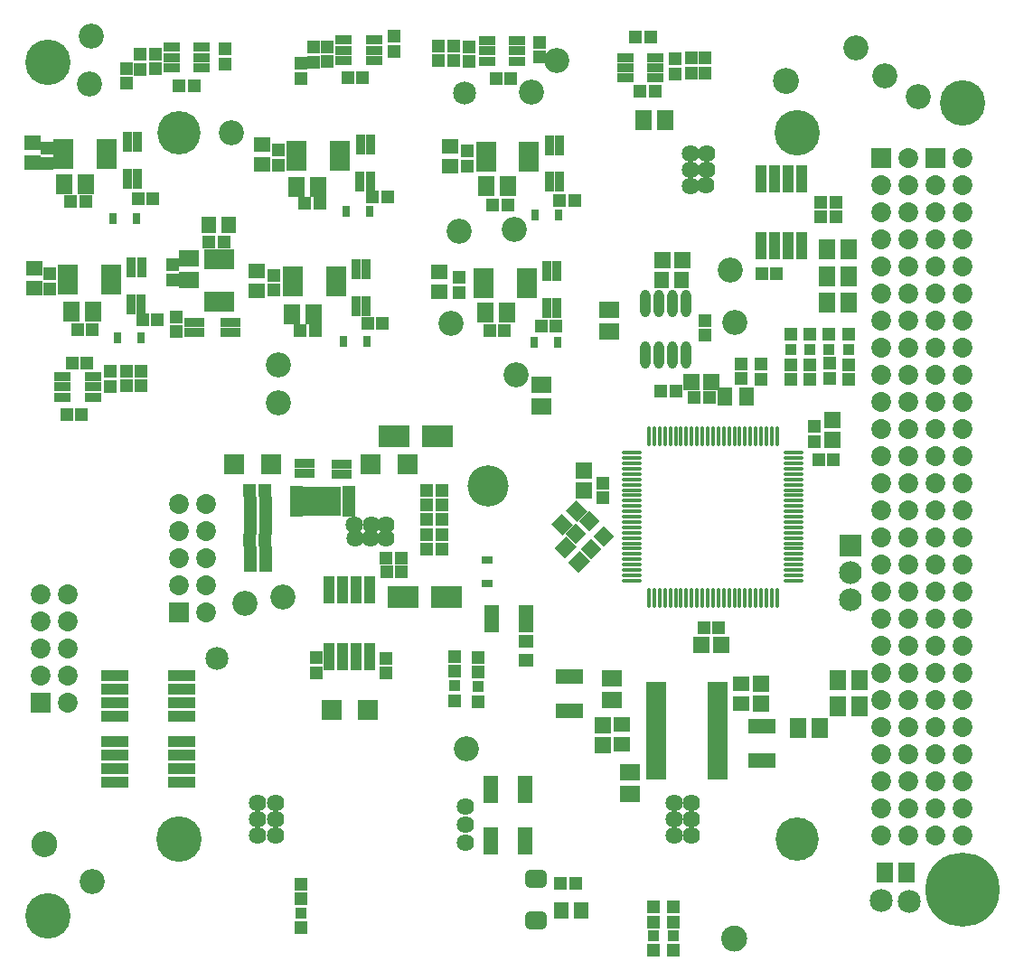
<source format=gbs>
G04*
G04 #@! TF.GenerationSoftware,Altium Limited,Altium Designer,18.1.7 (191)*
G04*
G04 Layer_Color=16711935*
%FSLAX25Y25*%
%MOIN*%
G70*
G01*
G75*
%ADD11C,0.01000*%
%ADD58R,0.10061X0.04156*%
%ADD61R,0.11243X0.08093*%
%ADD62R,0.07400X0.06124*%
%ADD63R,0.05534X0.06124*%
%ADD67R,0.06124X0.07400*%
%ADD68R,0.07400X0.07400*%
%ADD70R,0.06124X0.05534*%
%ADD73R,0.04550X0.04550*%
%ADD74R,0.05731X0.10061*%
%ADD76R,0.04156X0.10061*%
%ADD77R,0.10061X0.05731*%
%ADD82R,0.04943X0.04943*%
%ADD85C,0.04600*%
%ADD86C,0.07306*%
%ADD87R,0.07306X0.07306*%
%ADD88C,0.08487*%
%ADD89C,0.09274*%
%ADD90C,0.16754*%
%ADD91C,0.15967*%
%ADD92C,0.15180*%
%ADD93C,0.27354*%
%ADD94R,0.08400X0.08400*%
%ADD95C,0.08400*%
%ADD96C,0.06400*%
%ADD140R,0.07306X0.03172*%
%ADD141R,0.04550X0.04550*%
%ADD142R,0.04400X0.04400*%
%ADD143R,0.06124X0.06124*%
%ADD144R,0.04943X0.04943*%
%ADD145R,0.03644X0.07306*%
%ADD146R,0.06124X0.06124*%
%ADD147R,0.03937X0.02874*%
%ADD148R,0.03898X0.02874*%
%ADD149R,0.02874X0.03937*%
%ADD150R,0.02874X0.03898*%
%ADD151R,0.06400X0.03400*%
G04:AMPARAMS|DCode=152|XSize=55.34mil|YSize=61.24mil|CornerRadius=0mil|HoleSize=0mil|Usage=FLASHONLY|Rotation=225.000|XOffset=0mil|YOffset=0mil|HoleType=Round|Shape=Rectangle|*
%AMROTATEDRECTD152*
4,1,4,-0.00209,0.04122,0.04122,-0.00209,0.00209,-0.04122,-0.04122,0.00209,-0.00209,0.04122,0.0*
%
%ADD152ROTATEDRECTD152*%

G04:AMPARAMS|DCode=153|XSize=55.34mil|YSize=61.24mil|CornerRadius=0mil|HoleSize=0mil|Usage=FLASHONLY|Rotation=135.000|XOffset=0mil|YOffset=0mil|HoleType=Round|Shape=Rectangle|*
%AMROTATEDRECTD153*
4,1,4,0.04122,0.00209,-0.00209,-0.04122,-0.04122,-0.00209,0.00209,0.04122,0.04122,0.00209,0.0*
%
%ADD153ROTATEDRECTD153*%

%ADD154R,0.07502X0.02581*%
%ADD155R,0.07306X0.03644*%
G04:AMPARAMS|DCode=156|XSize=69.12mil|YSize=80.93mil|CornerRadius=20.78mil|HoleSize=0mil|Usage=FLASHONLY|Rotation=90.000|XOffset=0mil|YOffset=0mil|HoleType=Round|Shape=RoundedRectangle|*
%AMROUNDEDRECTD156*
21,1,0.06912,0.03937,0,0,90.0*
21,1,0.02756,0.08093,0,0,90.0*
1,1,0.04156,0.01968,0.01378*
1,1,0.04156,0.01968,-0.01378*
1,1,0.04156,-0.01968,-0.01378*
1,1,0.04156,-0.01968,0.01378*
%
%ADD156ROUNDEDRECTD156*%
%ADD157R,0.03172X0.07306*%
%ADD158R,0.04943X0.02187*%
%ADD159R,0.13998X0.10849*%
%ADD160O,0.07290X0.01581*%
%ADD161O,0.01581X0.07290*%
%ADD162R,0.05337X0.06518*%
%ADD163P,0.07548X4X180.0*%
%ADD164R,0.05534X0.04550*%
%ADD165O,0.03762X0.10061*%
G36*
X268360Y7790D02*
X265260Y6590D01*
X262060Y7790D01*
X260960Y10890D01*
X262060Y13790D01*
X265260Y15190D01*
X268360Y13990D01*
X269560Y10890D01*
X268360Y7790D01*
D02*
G37*
G36*
X13950Y42633D02*
X10850Y41433D01*
X7650Y42633D01*
X6550Y45733D01*
X7650Y48633D01*
X10850Y50033D01*
X13950Y48833D01*
X15150Y45733D01*
X13950Y42633D01*
D02*
G37*
G36*
X287454Y324310D02*
X284354Y323110D01*
X281154Y324310D01*
X280054Y327410D01*
X281154Y330310D01*
X284354Y331710D01*
X287454Y330510D01*
X288654Y327410D01*
X287454Y324310D01*
D02*
G37*
D11*
X269561Y10890D02*
G03*
X269561Y10890I-4301J0D01*
G01*
X15152Y45733D02*
G03*
X15152Y45733I-4301J0D01*
G01*
X288655Y327410D02*
G03*
X288655Y327410I-4301J0D01*
G01*
D58*
X61342Y83449D02*
D03*
Y78449D02*
D03*
Y73449D02*
D03*
Y68449D02*
D03*
X36913Y83449D02*
D03*
Y78449D02*
D03*
Y73449D02*
D03*
Y68449D02*
D03*
X61342Y107819D02*
D03*
Y102820D02*
D03*
Y97820D02*
D03*
Y92819D02*
D03*
X36913Y107819D02*
D03*
Y102820D02*
D03*
Y97820D02*
D03*
Y92819D02*
D03*
D61*
X143331Y136835D02*
D03*
X159079D02*
D03*
X155732Y196166D02*
D03*
X139984D02*
D03*
D62*
X64275Y261938D02*
D03*
Y253938D02*
D03*
X219149Y234937D02*
D03*
Y242937D02*
D03*
X220181Y99056D02*
D03*
Y107056D02*
D03*
X194315Y207127D02*
D03*
Y215127D02*
D03*
X226953Y64331D02*
D03*
Y72331D02*
D03*
D63*
X208799Y21378D02*
D03*
X201516D02*
D03*
X238586Y253961D02*
D03*
X245870D02*
D03*
X78705Y274197D02*
D03*
X71421D02*
D03*
D67*
X328764Y35157D02*
D03*
X320764D02*
D03*
X303386Y96724D02*
D03*
X311386D02*
D03*
X299572Y265354D02*
D03*
X307572D02*
D03*
X299572Y255315D02*
D03*
X307572D02*
D03*
X299572Y245709D02*
D03*
X307572D02*
D03*
X303386Y106330D02*
D03*
X311386D02*
D03*
X102205Y241205D02*
D03*
X110205D02*
D03*
X20787Y242150D02*
D03*
X28787D02*
D03*
X173386Y242032D02*
D03*
X181386D02*
D03*
X103701Y288331D02*
D03*
X111701D02*
D03*
X18307Y289355D02*
D03*
X26307D02*
D03*
X231984Y312795D02*
D03*
X239984D02*
D03*
X288835Y88543D02*
D03*
X296835D02*
D03*
X173779Y288686D02*
D03*
X181779D02*
D03*
D68*
X130215Y95157D02*
D03*
X116715D02*
D03*
X94372Y185969D02*
D03*
X80872D02*
D03*
X144726D02*
D03*
X131226D02*
D03*
D70*
X89197Y257327D02*
D03*
Y250044D02*
D03*
X156475Y257001D02*
D03*
Y249717D02*
D03*
X91165Y303784D02*
D03*
Y296501D02*
D03*
X6559Y304690D02*
D03*
Y297406D02*
D03*
X160417Y303115D02*
D03*
Y295831D02*
D03*
X223803Y82564D02*
D03*
Y89847D02*
D03*
X267898Y97524D02*
D03*
Y104808D02*
D03*
X7071Y258351D02*
D03*
Y251067D02*
D03*
D73*
X201289Y31166D02*
D03*
X206789D02*
D03*
X92493Y162327D02*
D03*
X86993D02*
D03*
Y171527D02*
D03*
X92493D02*
D03*
X151874Y170969D02*
D03*
X157374D02*
D03*
X86993Y153128D02*
D03*
X92493D02*
D03*
X151874Y176442D02*
D03*
X157374D02*
D03*
X151874Y165497D02*
D03*
X157374D02*
D03*
X151874Y154552D02*
D03*
X157374D02*
D03*
X142537Y146442D02*
D03*
X137037D02*
D03*
X302786Y277362D02*
D03*
X297286D02*
D03*
X92493Y148528D02*
D03*
X86993D02*
D03*
X92493Y166927D02*
D03*
X86993D02*
D03*
X302786Y282575D02*
D03*
X297286D02*
D03*
X151874Y160024D02*
D03*
X157374D02*
D03*
D74*
X175535Y47111D02*
D03*
X188134D02*
D03*
X175535Y65969D02*
D03*
X188134D02*
D03*
X175890Y128804D02*
D03*
X188488D02*
D03*
D76*
X290303Y266732D02*
D03*
X285303D02*
D03*
X280304D02*
D03*
X275304D02*
D03*
X290303Y291161D02*
D03*
X285303D02*
D03*
X280304D02*
D03*
X275304D02*
D03*
X115850Y139473D02*
D03*
X120850D02*
D03*
X125850D02*
D03*
X130850D02*
D03*
X115850Y115044D02*
D03*
X120850D02*
D03*
X125850D02*
D03*
X130850D02*
D03*
D77*
X204433Y94985D02*
D03*
Y107583D02*
D03*
X275457Y76717D02*
D03*
Y89316D02*
D03*
D82*
X275394Y256260D02*
D03*
X280906D02*
D03*
X92110Y176323D02*
D03*
X86598D02*
D03*
X24551Y204394D02*
D03*
X19039D02*
D03*
X110732Y235379D02*
D03*
X105220D02*
D03*
X135535Y237820D02*
D03*
X130024D02*
D03*
X26047Y282820D02*
D03*
X20535D02*
D03*
X234472Y343607D02*
D03*
X228961D02*
D03*
X230575Y323725D02*
D03*
X236087D02*
D03*
X52583Y239276D02*
D03*
X47071D02*
D03*
X137346Y284552D02*
D03*
X131835D02*
D03*
X254118Y125497D02*
D03*
X259630D02*
D03*
X77149Y267938D02*
D03*
X71638D02*
D03*
X180654Y235339D02*
D03*
X175142D02*
D03*
X60614Y325575D02*
D03*
X66126D02*
D03*
X122819Y328686D02*
D03*
X128331D02*
D03*
X296480Y187623D02*
D03*
X301992D02*
D03*
X50968Y283843D02*
D03*
X45457D02*
D03*
X28606Y235733D02*
D03*
X23094D02*
D03*
X177346Y328331D02*
D03*
X182858D02*
D03*
X26520Y223174D02*
D03*
X21008D02*
D03*
X206480Y283371D02*
D03*
X200968D02*
D03*
X250496Y210497D02*
D03*
X256008D02*
D03*
X92110Y157924D02*
D03*
X86598D02*
D03*
X238212Y212938D02*
D03*
X243724D02*
D03*
X136874Y151166D02*
D03*
X142386D02*
D03*
X194118Y236835D02*
D03*
X199630D02*
D03*
X181795Y281599D02*
D03*
X176283D02*
D03*
X112346Y282229D02*
D03*
X106835D02*
D03*
D85*
X265260Y10890D02*
D03*
X10850Y45733D02*
D03*
X284354Y327410D02*
D03*
D86*
X70417Y171402D02*
D03*
X60417D02*
D03*
X70417Y161402D02*
D03*
X60417D02*
D03*
X70417Y151402D02*
D03*
X60417D02*
D03*
X70417Y141402D02*
D03*
X60417D02*
D03*
X70417Y131402D02*
D03*
X19370Y137835D02*
D03*
X9370D02*
D03*
X19370Y127835D02*
D03*
X9370D02*
D03*
X19370Y117835D02*
D03*
X9370D02*
D03*
X19370Y107835D02*
D03*
X9370D02*
D03*
X19370Y97835D02*
D03*
X329590Y59040D02*
D03*
X319590D02*
D03*
X329590Y69040D02*
D03*
X319590D02*
D03*
X329590Y79040D02*
D03*
X319590D02*
D03*
X329590Y89040D02*
D03*
X319590D02*
D03*
X329590Y99040D02*
D03*
X319590D02*
D03*
X329590Y109040D02*
D03*
X319590D02*
D03*
X329590Y119040D02*
D03*
X319590D02*
D03*
X329590Y129040D02*
D03*
X319590D02*
D03*
X329590Y139040D02*
D03*
X319590D02*
D03*
X329590Y149040D02*
D03*
X319590D02*
D03*
X329590Y159040D02*
D03*
X319590D02*
D03*
X329590Y169040D02*
D03*
X319590D02*
D03*
X329590Y179040D02*
D03*
X319590D02*
D03*
X329590Y189040D02*
D03*
X319590D02*
D03*
X329590Y199040D02*
D03*
X319590D02*
D03*
X329590Y209040D02*
D03*
X319590D02*
D03*
X329590Y219040D02*
D03*
X319590Y218942D02*
D03*
X329590Y229040D02*
D03*
X319590D02*
D03*
X329590Y239040D02*
D03*
X319590D02*
D03*
X329590Y249040D02*
D03*
X319590D02*
D03*
X329590Y259040D02*
D03*
X319590D02*
D03*
X329590Y269040D02*
D03*
X319590D02*
D03*
X329590Y279040D02*
D03*
X319590D02*
D03*
X329590Y289040D02*
D03*
X319590D02*
D03*
X329590Y299040D02*
D03*
X319590Y49040D02*
D03*
X329590D02*
D03*
X349590D02*
D03*
X339590D02*
D03*
X349590Y299040D02*
D03*
X339590Y289040D02*
D03*
X349590D02*
D03*
X339590Y279040D02*
D03*
X349590D02*
D03*
X339590Y269040D02*
D03*
X349590D02*
D03*
X339571Y259040D02*
D03*
X349590D02*
D03*
X339571Y249040D02*
D03*
X349590D02*
D03*
X339590Y239040D02*
D03*
X349590D02*
D03*
X339590Y229040D02*
D03*
X349590D02*
D03*
X339590Y218942D02*
D03*
X349590Y219040D02*
D03*
X339590Y209040D02*
D03*
X349590D02*
D03*
X339590Y199040D02*
D03*
X349590D02*
D03*
X339590Y189040D02*
D03*
X349590D02*
D03*
X339590Y179040D02*
D03*
X349590D02*
D03*
X339590Y169040D02*
D03*
X349590D02*
D03*
X339590Y159040D02*
D03*
X349590D02*
D03*
X339590Y149040D02*
D03*
X349590D02*
D03*
X339590Y139040D02*
D03*
X349590D02*
D03*
X339590Y129040D02*
D03*
X349590D02*
D03*
X339590Y119040D02*
D03*
X349590D02*
D03*
X339590Y109040D02*
D03*
X349590D02*
D03*
X339590Y99040D02*
D03*
X349590D02*
D03*
X339590Y89040D02*
D03*
X349590D02*
D03*
X339590Y79040D02*
D03*
X349590D02*
D03*
X339590Y69040D02*
D03*
X349590D02*
D03*
X339590Y59040D02*
D03*
X349590D02*
D03*
D87*
X60417Y131402D02*
D03*
X9370Y97835D02*
D03*
X319590Y299040D02*
D03*
X339571D02*
D03*
D88*
X74528Y114119D02*
D03*
X329764Y24685D02*
D03*
X319488Y24882D02*
D03*
X165732Y322977D02*
D03*
D89*
X333291Y321757D02*
D03*
X28567Y31875D02*
D03*
X28055Y344079D02*
D03*
X265496Y238253D02*
D03*
X263803Y257741D02*
D03*
X97071Y222544D02*
D03*
X166647Y81008D02*
D03*
X184039Y272662D02*
D03*
X160693Y238016D02*
D03*
X190457Y323174D02*
D03*
X163803Y271993D02*
D03*
X184709Y218961D02*
D03*
X320693Y329394D02*
D03*
X310181Y339512D02*
D03*
X199787Y334827D02*
D03*
X97228Y208449D02*
D03*
X79984Y308135D02*
D03*
X84905Y134473D02*
D03*
X27555Y326181D02*
D03*
X98842Y137072D02*
D03*
D90*
X60391Y47736D02*
D03*
X288591Y308136D02*
D03*
X12303Y334268D02*
D03*
X349570Y319126D02*
D03*
X12303Y19209D02*
D03*
D91*
X60378Y308174D02*
D03*
X288591Y47736D02*
D03*
D92*
X174490Y177979D02*
D03*
D93*
X349606Y29052D02*
D03*
D94*
X308212Y155969D02*
D03*
D95*
Y145969D02*
D03*
Y135969D02*
D03*
D96*
X89512Y48961D02*
D03*
X243252Y60851D02*
D03*
X89512Y54906D02*
D03*
X96047D02*
D03*
X166165Y59741D02*
D03*
Y53091D02*
D03*
Y46442D02*
D03*
X131441Y163646D02*
D03*
X125181D02*
D03*
X136913D02*
D03*
X136874Y158607D02*
D03*
X125654D02*
D03*
X131264D02*
D03*
X249157Y288646D02*
D03*
X249590Y60851D02*
D03*
Y48961D02*
D03*
X243252D02*
D03*
X96047Y60851D02*
D03*
X89512D02*
D03*
X96047Y48961D02*
D03*
X249590Y54906D02*
D03*
X243252D02*
D03*
X255063Y300457D02*
D03*
X249157D02*
D03*
Y294552D02*
D03*
X255063D02*
D03*
X254747Y288960D02*
D03*
D140*
X119902Y303461D02*
D03*
Y300902D02*
D03*
Y298343D02*
D03*
Y295784D02*
D03*
X103957Y303461D02*
D03*
Y300902D02*
D03*
Y298343D02*
D03*
Y295784D02*
D03*
X19516Y250312D02*
D03*
Y252871D02*
D03*
Y255430D02*
D03*
Y257989D02*
D03*
X35461Y252871D02*
D03*
Y255430D02*
D03*
Y257989D02*
D03*
Y250312D02*
D03*
X102421Y249760D02*
D03*
Y252320D02*
D03*
Y254878D02*
D03*
Y257438D02*
D03*
X118366Y249760D02*
D03*
Y252320D02*
D03*
Y254878D02*
D03*
Y257438D02*
D03*
X172819Y249001D02*
D03*
Y251560D02*
D03*
Y254119D02*
D03*
Y256678D02*
D03*
X188764Y249001D02*
D03*
Y251560D02*
D03*
Y254119D02*
D03*
Y256678D02*
D03*
X17894Y296690D02*
D03*
Y299249D02*
D03*
Y301808D02*
D03*
Y304367D02*
D03*
X33838Y296690D02*
D03*
Y299249D02*
D03*
Y301808D02*
D03*
Y304367D02*
D03*
X173685Y295575D02*
D03*
Y298134D02*
D03*
Y300693D02*
D03*
Y303253D02*
D03*
X189630Y295575D02*
D03*
Y298134D02*
D03*
Y300693D02*
D03*
Y303253D02*
D03*
D141*
X235505Y6502D02*
D03*
X242798D02*
D03*
X170684Y98437D02*
D03*
X105606Y30955D02*
D03*
Y25455D02*
D03*
X242711Y22465D02*
D03*
Y16965D02*
D03*
X170684Y109264D02*
D03*
Y114764D02*
D03*
X162308Y98641D02*
D03*
X235417Y22465D02*
D03*
Y16965D02*
D03*
X300168Y233837D02*
D03*
X286283Y217235D02*
D03*
Y222735D02*
D03*
X307346Y233837D02*
D03*
X46475Y220348D02*
D03*
Y214848D02*
D03*
X293226Y222735D02*
D03*
Y217235D02*
D03*
X254591Y335793D02*
D03*
Y330293D02*
D03*
X307386Y222735D02*
D03*
Y217235D02*
D03*
X161820Y340368D02*
D03*
Y334868D02*
D03*
X156327D02*
D03*
Y340368D02*
D03*
X300339Y217707D02*
D03*
Y223207D02*
D03*
X249374Y330293D02*
D03*
Y335793D02*
D03*
X293226Y233837D02*
D03*
X46303Y337144D02*
D03*
Y331644D02*
D03*
X286283Y233837D02*
D03*
X110023Y339782D02*
D03*
Y334282D02*
D03*
X105645Y14870D02*
D03*
X41126Y332105D02*
D03*
Y326605D02*
D03*
X41259Y214848D02*
D03*
Y220348D02*
D03*
X162308Y114967D02*
D03*
Y109467D02*
D03*
X105378Y333837D02*
D03*
Y328337D02*
D03*
D142*
X235505Y12002D02*
D03*
X242798D02*
D03*
X170684Y103937D02*
D03*
X162308Y104141D02*
D03*
X300168Y228337D02*
D03*
X307346D02*
D03*
X293226D02*
D03*
X286283D02*
D03*
X105645Y20370D02*
D03*
D143*
X238764Y261245D02*
D03*
X246087D02*
D03*
X253212Y119394D02*
D03*
X260535D02*
D03*
X249433Y216323D02*
D03*
X256756D02*
D03*
D144*
X12701Y256245D02*
D03*
Y250733D02*
D03*
X167508Y339985D02*
D03*
Y334473D02*
D03*
X243409Y330084D02*
D03*
Y335596D02*
D03*
X35294Y214639D02*
D03*
Y220151D02*
D03*
X51992Y337386D02*
D03*
Y331875D02*
D03*
X216677Y173567D02*
D03*
Y179079D02*
D03*
X193370Y336205D02*
D03*
Y341717D02*
D03*
X95378Y255694D02*
D03*
Y250182D02*
D03*
X115220Y339985D02*
D03*
Y334473D02*
D03*
X136795Y114316D02*
D03*
Y108804D02*
D03*
X111126Y108990D02*
D03*
Y114501D02*
D03*
X77346Y333646D02*
D03*
Y339158D02*
D03*
X275299Y217347D02*
D03*
Y222859D02*
D03*
X58134Y254001D02*
D03*
Y259512D02*
D03*
X139748Y338292D02*
D03*
Y343804D02*
D03*
X11835Y302623D02*
D03*
Y297111D02*
D03*
X294827Y199945D02*
D03*
Y194434D02*
D03*
X267858Y217505D02*
D03*
Y223016D02*
D03*
X163877Y254934D02*
D03*
Y249422D02*
D03*
X254512Y233568D02*
D03*
Y239079D02*
D03*
X59472Y240379D02*
D03*
Y234867D02*
D03*
X166795Y301520D02*
D03*
Y296008D02*
D03*
X97071Y301914D02*
D03*
Y296402D02*
D03*
D145*
X196248Y257197D02*
D03*
X199988D02*
D03*
X196150Y243615D02*
D03*
X199890D02*
D03*
X125850Y257957D02*
D03*
X129590D02*
D03*
X125752Y244375D02*
D03*
X129492D02*
D03*
X197114Y303772D02*
D03*
X200854D02*
D03*
X197016Y290190D02*
D03*
X200756D02*
D03*
X41480Y304886D02*
D03*
X45220D02*
D03*
X41382Y291304D02*
D03*
X45122D02*
D03*
X127386Y303981D02*
D03*
X131126D02*
D03*
X127287Y290398D02*
D03*
X131027D02*
D03*
X42946Y258508D02*
D03*
X46686D02*
D03*
X42847Y244926D02*
D03*
X46587D02*
D03*
D146*
X301559Y202190D02*
D03*
Y194867D02*
D03*
X275299Y104867D02*
D03*
Y97544D02*
D03*
X209984Y176363D02*
D03*
Y183686D02*
D03*
X216874Y89670D02*
D03*
Y82347D02*
D03*
D147*
X174197Y150654D02*
D03*
D148*
Y141993D02*
D03*
D149*
X200496Y277898D02*
D03*
X130850Y279316D02*
D03*
X200024Y230890D02*
D03*
X46362Y232623D02*
D03*
X129669Y231323D02*
D03*
X44984Y276481D02*
D03*
D150*
X191835Y277898D02*
D03*
X122189Y279316D02*
D03*
X191362Y230890D02*
D03*
X37701Y232623D02*
D03*
X121008Y231323D02*
D03*
X36323Y276481D02*
D03*
D151*
X132346Y338768D02*
D03*
X121323Y342509D02*
D03*
Y335028D02*
D03*
Y338768D02*
D03*
X132346Y335028D02*
D03*
Y342509D02*
D03*
X185146Y338505D02*
D03*
X174123Y342245D02*
D03*
Y334764D02*
D03*
Y338505D02*
D03*
X185146Y334764D02*
D03*
Y342245D02*
D03*
X17661Y214512D02*
D03*
X28685Y210772D02*
D03*
Y218253D02*
D03*
Y214512D02*
D03*
X17661Y218253D02*
D03*
Y210772D02*
D03*
X225260Y332347D02*
D03*
X236283Y328607D02*
D03*
Y336087D02*
D03*
Y332347D02*
D03*
X225260Y336087D02*
D03*
Y328607D02*
D03*
X68803Y336087D02*
D03*
X57780Y339827D02*
D03*
Y332347D02*
D03*
Y336087D02*
D03*
X68803Y332347D02*
D03*
Y339827D02*
D03*
D152*
X201976Y163473D02*
D03*
X207126Y168623D02*
D03*
D153*
X203039Y155198D02*
D03*
X208189Y150048D02*
D03*
D154*
X236362Y71048D02*
D03*
Y73607D02*
D03*
Y76166D02*
D03*
Y78725D02*
D03*
Y81284D02*
D03*
Y83843D02*
D03*
Y86402D02*
D03*
Y88961D02*
D03*
Y91520D02*
D03*
Y94079D02*
D03*
Y96638D02*
D03*
Y99197D02*
D03*
Y101757D02*
D03*
Y104316D02*
D03*
X259197Y71048D02*
D03*
Y73607D02*
D03*
Y76166D02*
D03*
Y78725D02*
D03*
Y81284D02*
D03*
Y83843D02*
D03*
Y86402D02*
D03*
Y88961D02*
D03*
Y91520D02*
D03*
Y94079D02*
D03*
Y96638D02*
D03*
Y99197D02*
D03*
Y101757D02*
D03*
Y104316D02*
D03*
D155*
X120516Y186087D02*
D03*
Y182347D02*
D03*
X106933Y186186D02*
D03*
Y182446D02*
D03*
X66083Y234705D02*
D03*
Y238445D02*
D03*
X79665Y234606D02*
D03*
Y238347D02*
D03*
D156*
X192228Y17701D02*
D03*
Y33056D02*
D03*
D157*
X71421Y261776D02*
D03*
X73980D02*
D03*
X76539D02*
D03*
X79098D02*
D03*
X71421Y245831D02*
D03*
X73980D02*
D03*
X76539D02*
D03*
X79098D02*
D03*
D158*
X123016Y169197D02*
D03*
Y170772D02*
D03*
Y172347D02*
D03*
Y173922D02*
D03*
Y175497D02*
D03*
Y177071D02*
D03*
Y167623D02*
D03*
X103724Y177071D02*
D03*
Y175497D02*
D03*
Y173922D02*
D03*
Y167623D02*
D03*
Y169197D02*
D03*
Y170772D02*
D03*
Y172347D02*
D03*
D159*
X113272Y172347D02*
D03*
D160*
X227642Y190221D02*
D03*
Y188253D02*
D03*
Y186284D02*
D03*
Y184316D02*
D03*
Y182347D02*
D03*
Y180378D02*
D03*
Y178410D02*
D03*
Y176442D02*
D03*
Y174473D02*
D03*
Y172504D02*
D03*
Y170536D02*
D03*
Y168568D02*
D03*
Y166599D02*
D03*
Y164630D02*
D03*
Y162662D02*
D03*
Y160694D02*
D03*
Y158725D02*
D03*
Y156756D02*
D03*
Y154788D02*
D03*
Y152820D02*
D03*
Y150851D02*
D03*
Y148882D02*
D03*
Y146914D02*
D03*
Y144946D02*
D03*
Y142977D02*
D03*
X287287D02*
D03*
Y144946D02*
D03*
Y146914D02*
D03*
Y148882D02*
D03*
Y150851D02*
D03*
Y152820D02*
D03*
Y154788D02*
D03*
Y156756D02*
D03*
Y158725D02*
D03*
Y160694D02*
D03*
Y162662D02*
D03*
Y164630D02*
D03*
Y166599D02*
D03*
Y168568D02*
D03*
Y170536D02*
D03*
Y172504D02*
D03*
Y174473D02*
D03*
Y176442D02*
D03*
Y178410D02*
D03*
Y180378D02*
D03*
Y182347D02*
D03*
Y184316D02*
D03*
Y186284D02*
D03*
Y188253D02*
D03*
Y190221D02*
D03*
D161*
X233842Y136776D02*
D03*
X235811D02*
D03*
X237779D02*
D03*
X239748D02*
D03*
X241716D02*
D03*
X243685D02*
D03*
X245654D02*
D03*
X247622D02*
D03*
X249590D02*
D03*
X251559D02*
D03*
X253527D02*
D03*
X255496D02*
D03*
X257465D02*
D03*
X259433D02*
D03*
X261402D02*
D03*
X263370D02*
D03*
X265338D02*
D03*
X267307D02*
D03*
X269275D02*
D03*
X271244D02*
D03*
X273213D02*
D03*
X275181D02*
D03*
X277150D02*
D03*
X279118D02*
D03*
X281086D02*
D03*
Y196422D02*
D03*
X279118D02*
D03*
X277150D02*
D03*
X275181D02*
D03*
X273213D02*
D03*
X271244D02*
D03*
X269275D02*
D03*
X267307D02*
D03*
X265338D02*
D03*
X263370D02*
D03*
X261402D02*
D03*
X259433D02*
D03*
X257465D02*
D03*
X255496D02*
D03*
X253527D02*
D03*
X251559D02*
D03*
X249590D02*
D03*
X247622D02*
D03*
X245654D02*
D03*
X243685D02*
D03*
X241716D02*
D03*
X239748D02*
D03*
X237779D02*
D03*
X235811D02*
D03*
X233842D02*
D03*
D162*
X261913Y210930D02*
D03*
X269787D02*
D03*
D163*
X217300Y159370D02*
D03*
X211732Y164938D02*
D03*
X206999Y160206D02*
D03*
X212428Y154499D02*
D03*
D164*
X188646Y113469D02*
D03*
Y120753D02*
D03*
D165*
X247405Y226245D02*
D03*
X242405D02*
D03*
X237405D02*
D03*
X232405D02*
D03*
X247405Y245142D02*
D03*
X242405D02*
D03*
X237405D02*
D03*
X232405D02*
D03*
M02*

</source>
